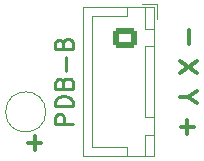
<source format=gbr>
%TF.GenerationSoftware,KiCad,Pcbnew,(6.0.1)*%
%TF.CreationDate,2022-02-07T22:37:26-05:00*%
%TF.ProjectId,PDB-B,5044422d-422e-46b6-9963-61645f706362,rev?*%
%TF.SameCoordinates,Original*%
%TF.FileFunction,Legend,Top*%
%TF.FilePolarity,Positive*%
%FSLAX46Y46*%
G04 Gerber Fmt 4.6, Leading zero omitted, Abs format (unit mm)*
G04 Created by KiCad (PCBNEW (6.0.1)) date 2022-02-07 22:37:26*
%MOMM*%
%LPD*%
G01*
G04 APERTURE LIST*
G04 Aperture macros list*
%AMRoundRect*
0 Rectangle with rounded corners*
0 $1 Rounding radius*
0 $2 $3 $4 $5 $6 $7 $8 $9 X,Y pos of 4 corners*
0 Add a 4 corners polygon primitive as box body*
4,1,4,$2,$3,$4,$5,$6,$7,$8,$9,$2,$3,0*
0 Add four circle primitives for the rounded corners*
1,1,$1+$1,$2,$3*
1,1,$1+$1,$4,$5*
1,1,$1+$1,$6,$7*
1,1,$1+$1,$8,$9*
0 Add four rect primitives between the rounded corners*
20,1,$1+$1,$2,$3,$4,$5,0*
20,1,$1+$1,$4,$5,$6,$7,0*
20,1,$1+$1,$6,$7,$8,$9,0*
20,1,$1+$1,$8,$9,$2,$3,0*%
G04 Aperture macros list end*
%ADD10C,0.300000*%
%ADD11C,0.250000*%
%ADD12C,0.120000*%
%ADD13RoundRect,0.250000X-0.725000X0.600000X-0.725000X-0.600000X0.725000X-0.600000X0.725000X0.600000X0*%
%ADD14O,1.950000X1.700000*%
%ADD15C,2.667000*%
%ADD16C,1.700000*%
%ADD17O,1.700000X1.700000*%
G04 APERTURE END LIST*
D10*
X133155428Y-126230000D02*
X131655428Y-125230000D01*
X133155428Y-125230000D02*
X131655428Y-126230000D01*
X132369714Y-128270000D02*
X131655428Y-128270000D01*
X133155428Y-128770000D02*
X132369714Y-128270000D01*
X133155428Y-127770000D01*
D11*
X122598571Y-130571428D02*
X121098571Y-130571428D01*
X121098571Y-130000000D01*
X121170000Y-129857142D01*
X121241428Y-129785714D01*
X121384285Y-129714285D01*
X121598571Y-129714285D01*
X121741428Y-129785714D01*
X121812857Y-129857142D01*
X121884285Y-130000000D01*
X121884285Y-130571428D01*
X122598571Y-129071428D02*
X121098571Y-129071428D01*
X121098571Y-128714285D01*
X121170000Y-128500000D01*
X121312857Y-128357142D01*
X121455714Y-128285714D01*
X121741428Y-128214285D01*
X121955714Y-128214285D01*
X122241428Y-128285714D01*
X122384285Y-128357142D01*
X122527142Y-128500000D01*
X122598571Y-128714285D01*
X122598571Y-129071428D01*
X121812857Y-127071428D02*
X121884285Y-126857142D01*
X121955714Y-126785714D01*
X122098571Y-126714285D01*
X122312857Y-126714285D01*
X122455714Y-126785714D01*
X122527142Y-126857142D01*
X122598571Y-127000000D01*
X122598571Y-127571428D01*
X121098571Y-127571428D01*
X121098571Y-127071428D01*
X121170000Y-126928571D01*
X121241428Y-126857142D01*
X121384285Y-126785714D01*
X121527142Y-126785714D01*
X121670000Y-126857142D01*
X121741428Y-126928571D01*
X121812857Y-127071428D01*
X121812857Y-127571428D01*
X122027142Y-126071428D02*
X122027142Y-124928571D01*
X121812857Y-123714285D02*
X121884285Y-123500000D01*
X121955714Y-123428571D01*
X122098571Y-123357142D01*
X122312857Y-123357142D01*
X122455714Y-123428571D01*
X122527142Y-123500000D01*
X122598571Y-123642857D01*
X122598571Y-124214285D01*
X121098571Y-124214285D01*
X121098571Y-123714285D01*
X121170000Y-123571428D01*
X121241428Y-123500000D01*
X121384285Y-123428571D01*
X121527142Y-123428571D01*
X121670000Y-123500000D01*
X121741428Y-123571428D01*
X121812857Y-123714285D01*
X121812857Y-124214285D01*
D10*
X119951428Y-132187142D02*
X118808571Y-132187142D01*
X119380000Y-132758571D02*
X119380000Y-131615714D01*
X132314142Y-130238571D02*
X132314142Y-131381428D01*
X132885571Y-130810000D02*
X131742714Y-130810000D01*
X132441142Y-122618571D02*
X132441142Y-123761428D01*
D12*
X129450000Y-133300000D02*
X129450000Y-131500000D01*
X128700000Y-124000000D02*
X128700000Y-130000000D01*
X129450000Y-122500000D02*
X129450000Y-120700000D01*
X124250000Y-132550000D02*
X124250000Y-127000000D01*
X129460000Y-120690000D02*
X123490000Y-120690000D01*
X129450000Y-130000000D02*
X129450000Y-124000000D01*
X128700000Y-120700000D02*
X128700000Y-122500000D01*
X129750000Y-120400000D02*
X128500000Y-120400000D01*
X129750000Y-121650000D02*
X129750000Y-120400000D01*
X124250000Y-121450000D02*
X124250000Y-127000000D01*
X129450000Y-120700000D02*
X128700000Y-120700000D01*
X123490000Y-133310000D02*
X129460000Y-133310000D01*
X127200000Y-120700000D02*
X127200000Y-121450000D01*
X129450000Y-124000000D02*
X128700000Y-124000000D01*
X127200000Y-133300000D02*
X127200000Y-132550000D01*
X123490000Y-120690000D02*
X123490000Y-133310000D01*
X127200000Y-121450000D02*
X124250000Y-121450000D01*
X129460000Y-133310000D02*
X129460000Y-120690000D01*
X127200000Y-132550000D02*
X124250000Y-132550000D01*
X128700000Y-130000000D02*
X129450000Y-130000000D01*
X128700000Y-133300000D02*
X129450000Y-133300000D01*
X129450000Y-131500000D02*
X128700000Y-131500000D01*
X128700000Y-122500000D02*
X129450000Y-122500000D01*
X128700000Y-131500000D02*
X128700000Y-133300000D01*
X120318000Y-129540000D02*
G75*
G03*
X120318000Y-129540000I-1700000J0D01*
G01*
%LPC*%
D13*
X127000000Y-123250000D03*
D14*
X127000000Y-125750000D03*
X127000000Y-128250000D03*
X127000000Y-130750000D03*
D15*
X118618000Y-129540000D03*
D16*
X134620000Y-123190000D03*
D17*
X134620000Y-125730000D03*
X134620000Y-128270000D03*
X134620000Y-130810000D03*
D16*
X123190000Y-134620000D03*
D17*
X125730000Y-134620000D03*
X128270000Y-134620000D03*
X130810000Y-134620000D03*
D16*
X130810000Y-119380000D03*
D17*
X128270000Y-119380000D03*
X125730000Y-119380000D03*
X123190000Y-119380000D03*
M02*

</source>
